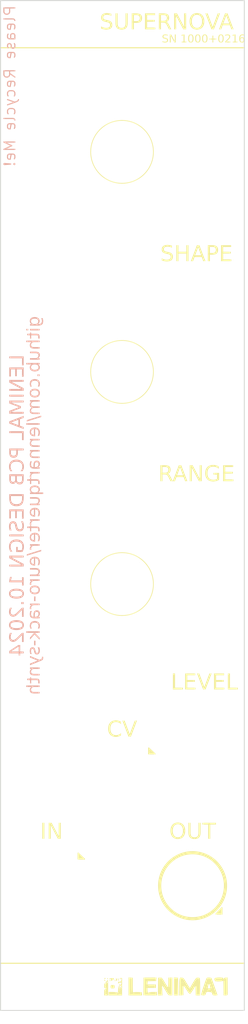
<source format=kicad_pcb>
(kicad_pcb (version 20240108) (generator "pcbnew") (generator_version "8.0")
  (layers (0 "F.Cu" signal) (31 "B.Cu" signal) (34 "B.Paste" user) (35 "F.Paste" user) (36 "B.SilkS" user "B.Silkscreen") (37 "F.SilkS" user "F.Silkscreen") (38 "B.Mask" user) (39 "F.Mask" user) (44 "Edge.Cuts" user))
  (net 0 "")
  (footprint "synth-gfx:7.2mm_pot-md" (layer "F.Cu") (at 65.5 97.25)
    (property "Reference" "REF**" (hide yes))
    (property "Value" "7.2mm_pot-md")
    (fp_circle (center 0 0) (end 4 0) (stroke (width 0.1)) (fill none) (layer "F.SilkS"))
    (pad "" np_thru_hole circle (at 0 0) (size 7.2 7.2) (drill 7.2) (layers "*.Cu" "*.Mask"))
  )
  (footprint "synth-gfx:7.2mm_pot-md" (layer "F.Cu") (at 65.5 69.25)
    (property "Reference" "REF**" (hide yes))
    (property "Value" "7.2mm_pot-md")
    (fp_circle (center 0 0) (end 4 0) (stroke (width 0.1)) (fill none) (layer "F.SilkS"))
    (pad "" np_thru_hole circle (at 0 0) (size 7.2 7.2) (drill 7.2) (layers "*.Cu" "*.Mask"))
  )
  (footprint "synth-gfx:mount" (layer "F.Cu") (at 57.5 53)
    (property "Reference" "REF**" (hide yes))
    (property "Value" "mount")
    (pad "" np_thru_hole oval (at 0 0) (size 7 3.2) (drill oval 7 3.2) (layers "*.Cu" "*.Mask"))
  )
  (footprint "synth-gfx:mount" (layer "F.Cu") (at 57.5 175.5)
    (property "Reference" "REF**" (hide yes))
    (property "Value" "mount")
    (pad "" np_thru_hole oval (at 0 0) (size 7 3.2) (drill oval 7 3.2) (layers "*.Cu" "*.Mask"))
  )
  (footprint "synth-gfx:jack-output" (layer "F.Cu") (at 74.5 162.63)
    (property "Reference" "REF**" (hide yes))
    (property "Value" "jack-output")
    (fp_circle (center 0 0) (end 4.2 0) (stroke (width 0.4)) (fill none) (layer "F.SilkS"))
    (fp_poly (pts (xy 3.740001 3.600001) (xy 3 3.6) (xy 3.74 2.81)) (stroke (width 0.15)) (fill solid) (layer "F.SilkS"))
    (pad "" np_thru_hole circle (at 0 0) (size 6.2 6.2) (drill 6.2) (layers "*.Cu" "*.Mask"))
  )
  (footprint "synth-gfx:trim-pot" (layer "F.Cu") (at 58.15 101.25)
    (property "Reference" "REF**" (hide yes))
    (property "Value" "trim-pot")
    (pad "" np_thru_hole circle (at 0 0) (size 2.2 2.2) (drill 2.2) (layers "*.Cu" "*.Mask"))
  )
  (footprint "Synth:lenimal_logo_full" (layer "F.Cu") (at 71.174083 175.45)
    (property "Reference" "G***" (hide yes))
    (property "Value" "LOGO" (hide yes))
    (fp_poly (pts (xy -6.49552 -1.04775) (xy -6.52727 -1.016) (xy -6.55902 -1.04775) (xy -6.52727 -1.0795)) (fill solid) (layer "F.SilkS"))
    (fp_poly (pts (xy -6.580187 -0.867834) (xy -6.588904 -0.830083) (xy -6.62252 -0.8255) (xy -6.674788 -0.848734) (xy -6.664854 -0.867834) (xy -6.589494 -0.875434)) (fill solid) (layer "F.SilkS"))
    (fp_poly (pts (xy -7.906684 -0.85725) (xy -7.815654 -0.758183) (xy -7.801823 -0.746125) (xy -7.801271 -0.706519) (xy -7.850187 -0.6985) (xy -7.939385 -0.750209) (xy -7.955048 -0.809625) (xy -7.934682 -0.874583)) (fill solid) (layer "F.SilkS"))
    (fp_poly (pts (xy -7.776266 -1.045212) (xy -7.76552 -1.016) (xy -7.816953 -0.959665) (xy -7.86077 -0.9525) (xy -7.945274 -0.986788) (xy -7.95602 -1.016) (xy -7.904588 -1.072336) (xy -7.86077 -1.0795)) (fill solid) (layer "F.SilkS"))
    (fp_poly (pts (xy -7.475113 -1.027917) (xy -7.469187 -0.98425) (xy -7.476559 -0.897958) (xy -7.516846 -0.915826) (xy -7.532687 -0.931333) (xy -7.573532 -1.018047) (xy -7.540186 -1.076694) (xy -7.522104 -1.0795)) (fill solid) (layer "F.SilkS"))
    (fp_poly (pts (xy 1.203854 -1.130776) (xy 1.473729 -1.11125) (xy 1.491069 0.015874) (xy 1.508409 1.142999) (xy 1.221194 1.142999) (xy 0.933979 1.142999) (xy 0.933979 -0.003652) (xy 0.933979 -1.150303)) (fill solid) (layer "F.SilkS"))
    (fp_poly (pts (xy -6.128206 -1.024534) (xy -6.101422 -0.892021) (xy -6.100975 -0.889) (xy -6.096433 -0.756196) (xy -6.12409 -0.698572) (xy -6.125518 -0.6985) (xy -6.162394 -0.753724) (xy -6.178017 -0.886765) (xy -6.17802 -0.889) (xy -6.170896 -1.022877) (xy -6.153736 -1.07949) (xy -6.153478 -1.0795)) (fill solid) (layer "F.SilkS"))
    (fp_poly (pts (xy -6.309447 -1.013175) (xy -6.30502 -0.893536) (xy -6.313086 -0.771604) (xy -6.360881 -0.717256) (xy -6.483802 -0.70631) (xy -6.574895 -0.709175) (xy -6.84477 -0.719849) (xy -6.594406 -0.745488) (xy -6.44061 -0.77269) (xy -6.412622 -0.810117) (xy -6.430079 -0.8243) (xy -6.479533 -0.881668) (xy -6.430945 -0.962057) (xy -6.410569 -0.983023) (xy -6.3376 -1.044736)) (fill solid) (layer "F.SilkS"))
    (fp_poly (pts (xy -6.713893 -0.183772) (xy -6.64162 -0.142228) (xy -6.623088 -0.033831) (xy -6.62252 0.031749) (xy -6.63021 0.174048) (xy -6.677689 0.237286) (xy -6.801571 0.253502) (xy -6.87652 0.253999) (xy -7.039147 0.247271) (xy -7.11142 0.205727) (xy -7.129952 0.09733) (xy -7.13052 0.031749) (xy -7.122831 -0.110549) (xy -7.075352 -0.173788) (xy -6.951469 -0.190003) (xy -6.87652 -0.1905)) (fill solid) (layer "F.SilkS"))
    (fp_poly (pts (xy -4.574645 -1.130776) (xy -4.30477 -1.11125) (xy -4.30477 -0.148187) (xy -4.302246 0.237743) (xy -4.294034 0.50856) (xy -4.279175 0.676061) (xy -4.25671 0.752045) (xy -4.231415 0.753908) (xy -4.136362 0.727197) (xy -3.951074 0.711656) (xy -3.712035 0.709986) (xy -3.659915 0.711595) (xy -3.16177 0.730249) (xy -3.141872 0.936624) (xy -3.121974 1.142999) (xy -3.983247 1.142999) (xy -4.84452 1.142999) (xy -4.84452 -0.003652) (xy -4.84452 -1.150303)) (fill solid) (layer "F.SilkS"))
    (fp_poly (pts (xy -6.738853 -1.04893) (xy -6.722305 -0.995128) (xy -6.731188 -0.952244) (xy -6.795007 -0.849184) (xy -6.852176 -0.8255) (xy -6.931813 -0.788722) (xy -6.94002 -0.762) (xy -6.9952 -0.717415) (xy -7.12815 -0.698505) (xy -7.13052 -0.6985) (xy -7.264313 -0.714353) (xy -7.321007 -0.752545) (xy -7.32102 -0.753195) (xy -7.267351 -0.783973) (xy -7.146395 -0.779973) (xy -7.037384 -0.771577) (xy -7.043764 -0.801922) (xy -7.05833 -0.812842) (xy -7.113118 -0.870669) (xy -7.05833 -0.913444) (xy -7.047277 -0.931668) (xy -7.13897 -0.921316) (xy -7.146395 -0.919921) (xy -7.284603 -0.917276) (xy -7.32102 -0.969232) (xy -7.305464 -0.98425) (xy -7.25752 -0.98425) (xy -7.22577 -0.9525) (xy -7.19402 -0.98425) (xy -7.22577 -1.016) (xy -7.25752 -0.98425) (xy -7.305464 -0.98425) (xy -7.259218 -1.028899) (xy -7.075032 -1.06154) (xy -7.009532 -1.065435) (xy -6.825133 -1.068518)) (fill solid) (layer "F.SilkS"))
    (fp_poly (pts (xy -1.300588 -0.913456) (xy -1.32027 -0.684781) (xy -1.86002 -0.675766) (xy -2.39977 -0.66675) (xy -2.419669 -0.460375) (xy -2.439567 -0.254) (xy -1.895794 -0.254) (xy -1.35202 -0.254) (xy -1.35202 -0.03175) (xy -1.35202 0.190499) (xy -1.89177 0.190499) (xy -2.43152 0.190499) (xy -2.43152 0.472502) (xy -2.414953 0.668986) (xy -2.371903 0.785993) (xy -2.312351 0.805186) (xy -2.27341 0.763035) (xy -2.195231 0.732728) (xy -2.023516 0.710058) (xy -1.791678 0.69899) (xy -1.729273 0.698499) (xy -1.22502 0.698499) (xy -1.22502 0.920822) (xy -1.22502 1.143144) (xy -2.08373 1.138864) (xy -2.94244 1.134584) (xy -2.936487 0.001753) (xy -2.936311 -0.03175) (xy -2.43152 -0.03175) (xy -2.39977 -0.000001) (xy -2.36802 -0.03175) (xy -2.39977 -0.0635) (xy -2.43152 -0.03175) (xy -2.936311 -0.03175) (xy -2.930533 -1.131077) (xy -2.105719 -1.136605) (xy -1.280905 -1.142131)) (fill solid) (layer "F.SilkS"))
    (fp_poly (pts (xy -0.649856 -1.118671) (xy -0.574328 -1.061195) (xy -0.484909 -0.945049) (xy -0.363116 -0.75197) (xy -0.236944 -0.541561) (xy -0.086127 -0.293749) (xy 0.044522 -0.088146) (xy 0.139591 0.051548) (xy 0.180831 0.10072) (xy 0.203708 0.05653) (xy 0.221879 -0.089571) (xy 0.23305 -0.312518) (xy 0.235479 -0.496767) (xy 0.235479 -1.128029) (xy 0.489479 -1.131535) (xy 0.743479 -1.13504) (xy 0.743479 0.003979) (xy 0.743479 1.142999) (xy 0.492397 1.142999) (xy 0.38103 1.13952) (xy 0.295432 1.11646) (xy 0.216446 1.054887) (xy 0.124917 0.935867) (xy 0.001688 0.740468) (xy -0.119705 0.538025) (xy -0.269565 0.291398) (xy -0.39859 0.087379) (xy -0.491525 -0.050423) (xy -0.530505 -0.097713) (xy -0.548068 -0.052269) (xy -0.555957 0.094786) (xy -0.553554 0.318388) (xy -0.545405 0.50726) (xy -0.510524 1.142999) (xy -0.8077 1.142999) (xy -1.104876 1.142999) (xy -1.085573 0.015874) (xy -1.06627 -1.11125) (xy -0.833171 -1.130659) (xy -0.729976 -1.135738)) (fill solid) (layer "F.SilkS"))
    (fp_poly (pts (xy 7.799917 -0.15875) (xy 7.802665 0.187928) (xy 7.805 0.493857) (xy 7.806743 0.734571) (xy 7.807714 0.885602) (xy 7.807854 0.920749) (xy 7.795333 1.060668) (xy 7.734568 1.125059) (xy 7.590755 1.142582) (xy 7.537979 1.142999) (xy 7.283979 1.142999) (xy 7.276613 0.142874) (xy 7.272525 -0.187706) (xy 7.265954 -0.459351) (xy 7.257622 -0.653482) (xy 7.248248 -0.751519) (xy 7.241807 -0.754432) (xy 7.202892 -0.700645) (xy 7.104902 -0.667011) (xy 6.923447 -0.648334) (xy 6.7083 -0.64081) (xy 6.45462 -0.638004) (xy 6.298952 -0.647536) (xy 6.212421 -0.676331) (xy 6.166157 -0.731319) (xy 6.14736 -0.775379) (xy 6.110738 -0.936384) (xy 6.152902 -1.045076) (xy 6.286784 -1.109837) (xy 6.52532 -1.139046) (xy 6.714713 -1.143) (xy 6.966467 -1.140793) (xy 7.117377 -1.129298) (xy 7.193582 -1.101203) (xy 7.221222 -1.049197) (xy 7.225492 -1.000125) (xy 7.238852 -0.916054) (xy 7.266764 -0.9525) (xy 7.363349 -1.083661) (xy 7.538095 -1.138339) (xy 7.617354 -1.142028) (xy 7.791979 -1.143)) (fill solid) (layer "F.SilkS"))
    (fp_poly (pts (xy -7.466992 -0.765601) (xy -7.458561 -0.600296) (xy -7.452224 -0.351181) (xy -7.448614 -0.039847) (xy -7.44802 0.158749) (xy -7.44802 1.142999) (xy -7.70202 1.142999) (xy -7.95602 1.142999) (xy -7.95602 0.766278) (xy -7.949991 0.550095) (xy -7.925115 0.427958) (xy -7.87121 0.36721) (xy -7.825677 0.348188) (xy -7.737199 0.301262) (xy -7.760496 0.229014) (xy -7.775062 0.210752) (xy -7.843797 0.150634) (xy -7.889618 0.204399) (xy -7.900942 0.231968) (xy -7.924423 0.238169) (xy -7.940554 0.135511) (xy -7.946548 -0.057949) (xy -7.946544 -0.0635) (xy -7.942102 -0.259807) (xy -7.930967 -0.380962) (xy -7.915529 -0.401333) (xy -7.915155 -0.400442) (xy -7.840045 -0.353357) (xy -7.787843 -0.361654) (xy -7.730436 -0.407234) (xy -7.765907 -0.444739) (xy -7.785445 -0.511779) (xy -7.765275 -0.53975) (xy -7.63852 -0.53975) (xy -7.604232 -0.455246) (xy -7.57502 -0.4445) (xy -7.518685 -0.495933) (xy -7.51152 -0.53975) (xy -7.545808 -0.624254) (xy -7.57502 -0.635) (xy -7.631356 -0.583568) (xy -7.63852 -0.53975) (xy -7.765275 -0.53975) (xy -7.699363 -0.631155) (xy -7.673095 -0.658153) (xy -7.55735 -0.766925) (xy -7.483732 -0.823309) (xy -7.476884 -0.8255)) (fill solid) (layer "F.SilkS"))
    (fp_poly (pts (xy 5.590179 -1.12882) (xy 5.710235 -1.09318) (xy 5.730569 -1.075714) (xy 5.764814 -0.995334) (xy 5.83248 -0.816869) (xy 5.925506 -0.562269) (xy 6.035829 -0.253483) (xy 6.109594 -0.043839) (xy 6.227297 0.291692) (xy 6.332845 0.590847) (xy 6.418005 0.830417) (xy 6.474541 0.987196) (xy 6.4913 1.031874) (xy 6.501925 1.09752) (xy 6.448538 1.130852) (xy 6.30514 1.142252) (xy 6.213089 1.142999) (xy 6.021388 1.137873) (xy 5.918467 1.108515) (xy 5.866149 1.033955) (xy 5.837377 0.936624) (xy 5.796509 0.815288) (xy 5.729808 0.748766) (xy 5.600108 0.714109) (xy 5.447864 0.696105) (xy 5.267267 0.678934) (xy 5.157937 0.689381) (xy 5.088567 0.751344) (xy 5.027847 0.888717) (xy 4.966338 1.063624) (xy 4.888565 1.116006) (xy 4.726416 1.141986) (xy 4.682472 1.142999) (xy 4.51525 1.13237) (xy 4.441049 1.089721) (xy 4.426479 1.017736) (xy 4.446959 0.907866) (xy 4.503461 0.701816) (xy 4.588581 0.422749) (xy 4.658588 0.2062) (xy 5.263654 0.2062) (xy 5.302559 0.24725) (xy 5.401449 0.254129) (xy 5.449273 0.253999) (xy 5.582684 0.241523) (xy 5.616825 0.191438) (xy 5.603576 0.142874) (xy 5.558228 -0.004173) (xy 5.525081 -0.144196) (xy 5.477226 -0.303508) (xy 5.424057 -0.336139) (xy 5.366342 -0.242267) (xy 5.322819 -0.098092) (xy 5.27399 0.101059) (xy 5.263654 0.2062) (xy 4.658588 0.2062) (xy 4.694917 0.093828) (xy 4.815065 -0.261781) (xy 4.941619 -0.620917) (xy 5.010558 -0.809625) (xy 5.084915 -0.999008) (xy 5.150373 -1.098304) (xy 5.241921 -1.136604) (xy 5.394548 -1.142996) (xy 5.411544 -1.143)) (fill solid) (layer "F.SilkS"))
    (fp_poly (pts (xy 1.939267 -1.130465) (xy 2.039679 -1.115822) (xy 2.122901 -1.078652) (xy 2.206384 -0.999897) (xy 2.307575 -0.8605) (xy 2.443926 -0.641403) (xy 2.550113 -0.463357) (xy 2.702469 -0.210936) (xy 2.832538 -0.003963) (xy 2.926428 0.136033) (xy 2.970093 0.187518) (xy 3.019962 0.13922) (xy 3.097385 0.016171) (xy 3.114731 -0.015875) (xy 3.200879 -0.170306) (xy 3.328817 -0.389206) (xy 3.473165 -0.629261) (xy 3.496094 -0.66675) (xy 3.637622 -0.889434) (xy 3.742482 -1.024456) (xy 3.835719 -1.095156) (xy 3.942377 -1.124868) (xy 3.99373 -1.130446) (xy 4.146741 -1.13232) (xy 4.220093 -1.081572) (xy 4.259127 -0.947883) (xy 4.273549 -0.813067) (xy 4.285691 -0.58003) (xy 4.294543 -0.277546) (xy 4.29909 0.065612) (xy 4.299479 0.198437) (xy 4.299479 1.142999) (xy 4.016028 1.142999) (xy 3.732578 1.142999) (xy 3.714404 0.523874) (xy 3.696229 -0.09525) (xy 3.388569 0.428624) (xy 3.223193 0.69121) (xy 3.086897 0.869422) (xy 2.990588 0.949438) (xy 2.975144 0.952499) (xy 2.889636 0.89788) (xy 2.761499 0.744355) (xy 2.603246 0.507422) (xy 2.564947 0.444499) (xy 2.426273 0.223208) (xy 2.306637 0.050698) (xy 2.223482 -0.048736) (xy 2.20022 -0.0635) (xy 2.173938 -0.004139) (xy 2.156567 0.157764) (xy 2.150126 0.39794) (xy 2.15131 0.523874) (xy 2.162693 1.111249) (xy 1.897586 1.130775) (xy 1.632479 1.150301) (xy 1.633346 0.146525) (xy 1.634834 -0.290877) (xy 1.638318 -0.47625) (xy 1.949979 -0.47625) (xy 1.981729 -0.4445) (xy 2.013479 -0.47625) (xy 1.981729 -0.508) (xy 1.949979 -0.47625) (xy 1.638318 -0.47625) (xy 1.640965 -0.61711) (xy 1.655531 -0.847998) (xy 1.682322 -0.99937) (xy 1.725131 -1.087051) (xy 1.787748 -1.126867) (xy 1.873966 -1.134647)) (fill solid) (layer "F.SilkS"))
    (fp_poly (pts (xy -5.67002 0.031749) (xy -5.67002 1.142999) (xy -6.52727 1.142999) (xy -7.38452 1.142999) (xy -7.38452 1.037165) (xy -6.283854 1.037165) (xy -6.275137 1.074917) (xy -6.24152 1.079499) (xy -6.189253 1.056266) (xy -6.199187 1.037165) (xy -6.274546 1.029566) (xy -6.283854 1.037165) (xy -7.38452 1.037165) (xy -7.38452 0.920749) (xy -7.38452 0.910166) (xy -6.283854 0.910166) (xy -6.275137 0.947916) (xy -6.24152 0.952499) (xy -6.189253 0.929265) (xy -6.199187 0.910166) (xy -6.274546 0.902566) (xy -6.283854 0.910166) (xy -7.38452 0.910166) (xy -7.38452 0.698499) (xy -6.880268 0.698499) (xy -6.638761 0.706107) (xy -6.449158 0.726291) (xy -6.344875 0.755087) (xy -6.33613 0.763035) (xy -6.272273 0.813479) (xy -6.221417 0.744812) (xy -6.186079 0.564492) (xy -6.176848 0.412749) (xy -6.05102 0.412749) (xy -6.01927 0.444499) (xy -5.98752 0.412749) (xy -6.01927 0.380999) (xy -6.05102 0.412749) (xy -6.176848 0.412749) (xy -6.168772 0.279974) (xy -6.168483 0.266126) (xy -6.162676 0.032748) (xy -6.155114 -0.083077) (xy -6.143281 -0.090796) (xy -6.12466 0.000146) (xy -6.11452 0.063499) (xy -6.070095 0.349249) (xy -5.79702 0.349249) (xy -5.76527 0.380999) (xy -5.73352 0.349249) (xy -5.76527 0.317499) (xy -5.79702 0.349249) (xy -6.070095 0.349249) (xy -6.05262 0.079374) (xy -6.037905 -0.131956) (xy -6.024483 -0.250913) (xy -6.006187 -0.311903) (xy -5.97685 -0.349334) (xy -5.975543 -0.350644) (xy -5.957628 -0.31876) (xy -5.956573 -0.191017) (xy -5.967656 -0.047119) (xy -5.977489 0.152082) (xy -5.964435 0.293955) (xy -5.943498 0.337211) (xy -5.908995 0.310658) (xy -5.90849 0.188151) (xy -5.910578 0.17127) (xy -5.924543 0.038561) (xy -5.905682 0.016976) (xy -5.840121 0.09206) (xy -5.837608 0.095249) (xy -5.764327 0.176893) (xy -5.738352 0.158183) (xy -5.73554 0.114279) (xy -5.783728 -0.00559) (xy -5.838075 -0.052201) (xy -5.905719 -0.104119) (xy -5.894968 -0.172519) (xy -5.838075 -0.259986) (xy -5.762014 -0.382924) (xy -5.73352 -0.454709) (xy -5.783148 -0.492232) (xy -5.897701 -0.488678) (xy -6.025688 -0.453719) (xy -6.115615 -0.397028) (xy -6.125932 -0.381) (xy -6.158403 -0.353251) (xy -6.173195 -0.449679) (xy -6.173557 -0.461617) (xy -6.161554 -0.585725) (xy -6.093074 -0.617962) (xy -6.019255 -0.608695) (xy -5.867059 -0.622995) (xy -5.797006 -0.698528) (xy -5.737984 -0.868288) (xy -5.761735 -0.981497) (xy -5.844645 -1.015028) (xy -5.918597 -1.004224) (xy -5.876089 -0.957869) (xy -5.86052 -0.946693) (xy -5.801743 -0.897863) (xy -5.850177 -0.902307) (xy -5.856551 -0.904009) (xy -5.96104 -0.967073) (xy -5.956713 -1.04008) (xy -5.849194 -1.079148) (xy -5.834062 -1.0795) (xy -5.67002 -1.0795)) (fill solid) (layer "F.SilkS"))
  )
  (footprint "synth-gfx:jack-input" (layer "F.Cu") (at 65.5 149.25)
    (property "Reference" "REF**" (hide yes))
    (property "Value" "jack-input")
    (fp_poly (pts (xy 3.4 -3.4) (xy 3.400001 -4.140001) (xy 4.190001 -3.400001)) (stroke (width 0.15)) (fill solid) (layer "F.SilkS"))
    (pad "" np_thru_hole circle (at 0 0) (size 6.2 6.2) (drill 6.2) (layers "*.Cu" "*.Mask"))
  )
  (footprint "synth-gfx:trim-pot" (layer "F.Cu") (at 58.15 128.25)
    (property "Reference" "REF**" (hide yes))
    (property "Value" "trim-pot")
    (pad "" np_thru_hole circle (at 0 0) (size 2.2 2.2) (drill 2.2) (layers "*.Cu" "*.Mask"))
  )
  (footprint "synth-gfx:jack-input" (layer "F.Cu") (at 56.5 162.63)
    (property "Reference" "REF**" (hide yes))
    (property "Value" "jack-input")
    (fp_poly (pts (xy 3.4 -3.4) (xy 3.400001 -4.140001) (xy 4.190001 -3.400001)) (stroke (width 0.15)) (fill solid) (layer "F.SilkS"))
    (pad "" np_thru_hole circle (at 0 0) (size 6.2 6.2) (drill 6.2) (layers "*.Cu" "*.Mask"))
  )
  (footprint "synth-gfx:7.2mm_pot-md" (layer "F.Cu") (at 65.5 124.25)
    (property "Reference" "REF**" (hide yes))
    (property "Value" "7.2mm_pot-md")
    (fp_circle (center 0 0) (end 4 0) (stroke (width 0.1)) (fill none) (layer "F.SilkS"))
    (pad "" np_thru_hole circle (at 0 0) (size 7.2 7.2) (drill 7.2) (layers "*.Cu" "*.Mask"))
  )
  (gr_line (start 50 172.5) (end 81.1 172.5) (stroke (width 0.15)) (layer "F.SilkS"))
  (gr_line (start 50 56) (end 81.1 56) (stroke (width 0.15)) (layer "F.SilkS"))
  (gr_rect (start 50 50) (end 81.1 178.5) (stroke (width 0.1)) (fill none) (layer "Edge.Cuts"))
  (gr_text "LENIMAL PCB DESIGN 10.2024" (at 53.25 114.25 90) (layer "B.SilkS") (effects (font (size 1.8 1.8)) (justify bottom mirror)))
  (gr_text "github.com/lennartquerter/euro-rack-synth" (at 55.25 114.25 90) (layer "B.SilkS") (effects (font (size 1.6 1.6)) (justify bottom mirror)))
  (gr_text "Please Recycle Me!" (at 52 50.5 90) (layer "B.SilkS") (effects (font (size 1.4 1.4)) (justify left bottom mirror)))
  (gr_text "SHAPE" (at 75 83.5 0) (layer "F.SilkS") (effects (font (size 2 2)) (justify bottom)))
  (gr_text "RANGE" (at 75 111.5 0) (layer "F.SilkS") (effects (font (size 2 2)) (justify bottom)))
  (gr_text "LEVEL" (at 76 138 0) (layer "F.SilkS") (effects (font (size 2 2)) (justify bottom)))
  (gr_text "CV" (at 65.5 144 0) (layer "F.SilkS") (effects (font (size 2 2)) (justify bottom)))
  (gr_text "SN 1000+0216" (at 75.9 55.5 0) (layer "F.SilkS") (effects (font (size 1 1)) (justify bottom)))
  (gr_text "OUT" (at 74.5 157 0) (layer "F.SilkS") (effects (font (size 2 2)) (justify bottom)))
  (gr_text "SUPERNOVA" (at 71.2 54 0) (layer "F.SilkS") (effects (font (size 2 2)) (justify bottom)))
  (gr_text "IN" (at 56.5 157 0) (layer "F.SilkS") (effects (font (size 2 2)) (justify bottom)))
)
</source>
